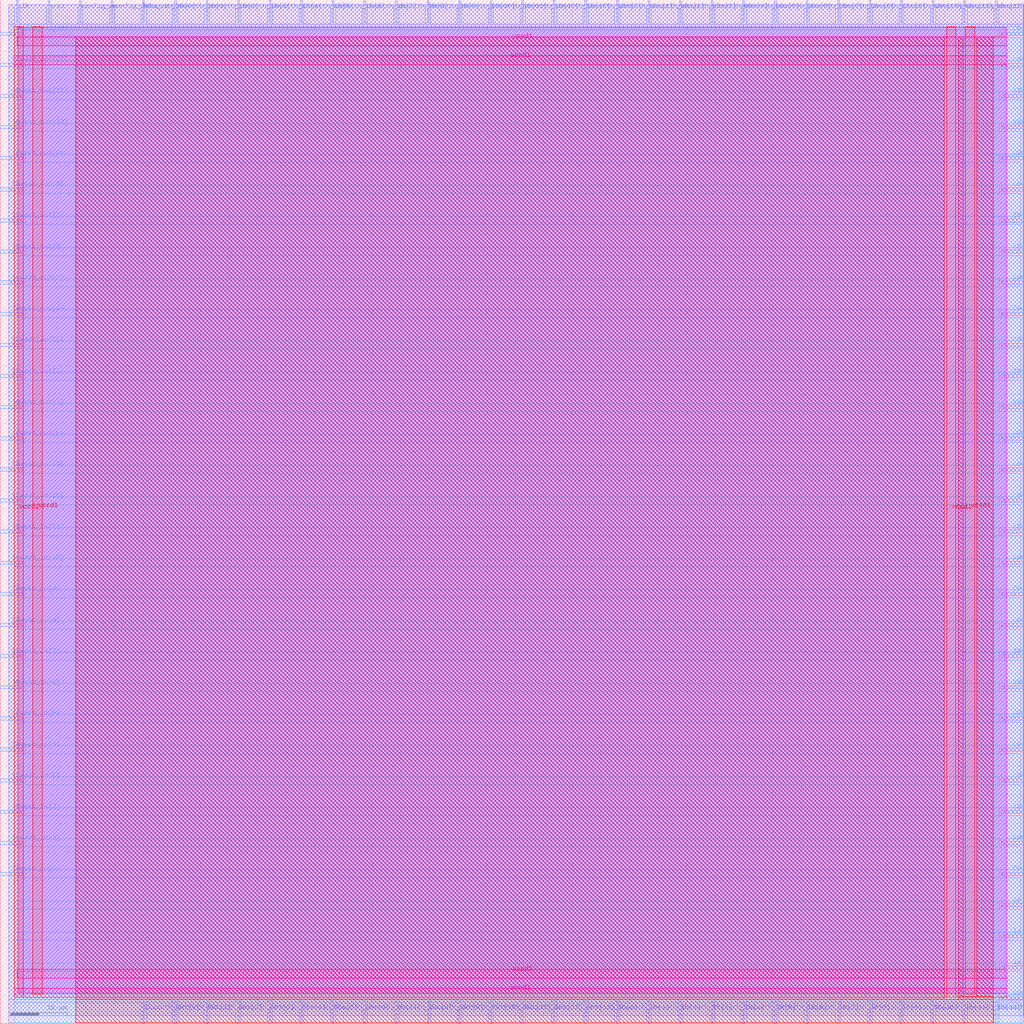
<source format=lef>
VERSION 5.7 ;
  NOWIREEXTENSIONATPIN ON ;
  DIVIDERCHAR "/" ;
  BUSBITCHARS "[]" ;
MACRO fpgacell
  CLASS BLOCK ;
  FOREIGN fpgacell ;
  ORIGIN 0.000 0.000 ;
  SIZE 179.000 BY 179.000 ;
  PIN CBeast_in[0]
    DIRECTION INPUT ;
    USE SIGNAL ;
    ANTENNAGATEAREA 0.593700 ;
    ANTENNADIFFAREA 0.434700 ;
    PORT
      LAYER met3 ;
        RECT 175.000 102.040 179.000 102.640 ;
    END
  END CBeast_in[0]
  PIN CBeast_in[10]
    DIRECTION INPUT ;
    USE SIGNAL ;
    ANTENNAGATEAREA 0.213000 ;
    PORT
      LAYER met3 ;
        RECT 175.000 156.440 179.000 157.040 ;
    END
  END CBeast_in[10]
  PIN CBeast_in[11]
    DIRECTION INPUT ;
    USE SIGNAL ;
    ANTENNAGATEAREA 0.213000 ;
    PORT
      LAYER met3 ;
        RECT 175.000 161.880 179.000 162.480 ;
    END
  END CBeast_in[11]
  PIN CBeast_in[12]
    DIRECTION INPUT ;
    USE SIGNAL ;
    ANTENNAGATEAREA 0.159000 ;
    PORT
      LAYER met3 ;
        RECT 175.000 167.320 179.000 167.920 ;
    END
  END CBeast_in[12]
  PIN CBeast_in[13]
    DIRECTION INPUT ;
    USE SIGNAL ;
    ANTENNAGATEAREA 0.159000 ;
    PORT
      LAYER met3 ;
        RECT 175.000 172.760 179.000 173.360 ;
    END
  END CBeast_in[13]
  PIN CBeast_in[1]
    DIRECTION INPUT ;
    USE SIGNAL ;
    ANTENNAGATEAREA 0.593700 ;
    ANTENNADIFFAREA 0.434700 ;
    PORT
      LAYER met3 ;
        RECT 175.000 107.480 179.000 108.080 ;
    END
  END CBeast_in[1]
  PIN CBeast_in[2]
    DIRECTION INPUT ;
    USE SIGNAL ;
    ANTENNAGATEAREA 0.159000 ;
    PORT
      LAYER met3 ;
        RECT 175.000 112.920 179.000 113.520 ;
    END
  END CBeast_in[2]
  PIN CBeast_in[3]
    DIRECTION INPUT ;
    USE SIGNAL ;
    ANTENNAGATEAREA 0.159000 ;
    PORT
      LAYER met3 ;
        RECT 175.000 118.360 179.000 118.960 ;
    END
  END CBeast_in[3]
  PIN CBeast_in[4]
    DIRECTION INPUT ;
    USE SIGNAL ;
    ANTENNAGATEAREA 0.159000 ;
    PORT
      LAYER met3 ;
        RECT 175.000 123.800 179.000 124.400 ;
    END
  END CBeast_in[4]
  PIN CBeast_in[5]
    DIRECTION INPUT ;
    USE SIGNAL ;
    ANTENNAGATEAREA 0.159000 ;
    PORT
      LAYER met3 ;
        RECT 175.000 129.240 179.000 129.840 ;
    END
  END CBeast_in[5]
  PIN CBeast_in[6]
    DIRECTION INPUT ;
    USE SIGNAL ;
    ANTENNAGATEAREA 0.159000 ;
    PORT
      LAYER met3 ;
        RECT 175.000 134.680 179.000 135.280 ;
    END
  END CBeast_in[6]
  PIN CBeast_in[7]
    DIRECTION INPUT ;
    USE SIGNAL ;
    ANTENNAGATEAREA 0.159000 ;
    PORT
      LAYER met3 ;
        RECT 175.000 140.120 179.000 140.720 ;
    END
  END CBeast_in[7]
  PIN CBeast_in[8]
    DIRECTION INPUT ;
    USE SIGNAL ;
    ANTENNAGATEAREA 0.159000 ;
    PORT
      LAYER met3 ;
        RECT 175.000 145.560 179.000 146.160 ;
    END
  END CBeast_in[8]
  PIN CBeast_in[9]
    DIRECTION INPUT ;
    USE SIGNAL ;
    ANTENNAGATEAREA 0.159000 ;
    PORT
      LAYER met3 ;
        RECT 175.000 151.000 179.000 151.600 ;
    END
  END CBeast_in[9]
  PIN CBeast_out[0]
    DIRECTION OUTPUT ;
    USE SIGNAL ;
    ANTENNADIFFAREA 0.445500 ;
    PORT
      LAYER met3 ;
        RECT 175.000 25.880 179.000 26.480 ;
    END
  END CBeast_out[0]
  PIN CBeast_out[10]
    DIRECTION OUTPUT ;
    USE SIGNAL ;
    ANTENNADIFFAREA 0.445500 ;
    PORT
      LAYER met3 ;
        RECT 175.000 80.280 179.000 80.880 ;
    END
  END CBeast_out[10]
  PIN CBeast_out[11]
    DIRECTION OUTPUT ;
    USE SIGNAL ;
    ANTENNADIFFAREA 0.445500 ;
    PORT
      LAYER met3 ;
        RECT 175.000 85.720 179.000 86.320 ;
    END
  END CBeast_out[11]
  PIN CBeast_out[12]
    DIRECTION OUTPUT ;
    USE SIGNAL ;
    ANTENNADIFFAREA 0.445500 ;
    PORT
      LAYER met3 ;
        RECT 175.000 91.160 179.000 91.760 ;
    END
  END CBeast_out[12]
  PIN CBeast_out[13]
    DIRECTION OUTPUT ;
    USE SIGNAL ;
    ANTENNADIFFAREA 0.445500 ;
    PORT
      LAYER met3 ;
        RECT 175.000 96.600 179.000 97.200 ;
    END
  END CBeast_out[13]
  PIN CBeast_out[1]
    DIRECTION OUTPUT ;
    USE SIGNAL ;
    ANTENNADIFFAREA 0.445500 ;
    PORT
      LAYER met3 ;
        RECT 175.000 31.320 179.000 31.920 ;
    END
  END CBeast_out[1]
  PIN CBeast_out[2]
    DIRECTION OUTPUT ;
    USE SIGNAL ;
    ANTENNADIFFAREA 0.445500 ;
    PORT
      LAYER met3 ;
        RECT 175.000 36.760 179.000 37.360 ;
    END
  END CBeast_out[2]
  PIN CBeast_out[3]
    DIRECTION OUTPUT ;
    USE SIGNAL ;
    ANTENNADIFFAREA 0.445500 ;
    PORT
      LAYER met3 ;
        RECT 175.000 42.200 179.000 42.800 ;
    END
  END CBeast_out[3]
  PIN CBeast_out[4]
    DIRECTION OUTPUT ;
    USE SIGNAL ;
    ANTENNADIFFAREA 0.445500 ;
    PORT
      LAYER met3 ;
        RECT 175.000 47.640 179.000 48.240 ;
    END
  END CBeast_out[4]
  PIN CBeast_out[5]
    DIRECTION OUTPUT ;
    USE SIGNAL ;
    ANTENNADIFFAREA 0.445500 ;
    PORT
      LAYER met3 ;
        RECT 175.000 53.080 179.000 53.680 ;
    END
  END CBeast_out[5]
  PIN CBeast_out[6]
    DIRECTION OUTPUT ;
    USE SIGNAL ;
    ANTENNADIFFAREA 0.445500 ;
    PORT
      LAYER met3 ;
        RECT 175.000 58.520 179.000 59.120 ;
    END
  END CBeast_out[6]
  PIN CBeast_out[7]
    DIRECTION OUTPUT ;
    USE SIGNAL ;
    ANTENNADIFFAREA 0.445500 ;
    PORT
      LAYER met3 ;
        RECT 175.000 63.960 179.000 64.560 ;
    END
  END CBeast_out[7]
  PIN CBeast_out[8]
    DIRECTION OUTPUT ;
    USE SIGNAL ;
    ANTENNADIFFAREA 0.445500 ;
    PORT
      LAYER met3 ;
        RECT 175.000 69.400 179.000 70.000 ;
    END
  END CBeast_out[8]
  PIN CBeast_out[9]
    DIRECTION OUTPUT ;
    USE SIGNAL ;
    ANTENNADIFFAREA 0.445500 ;
    PORT
      LAYER met3 ;
        RECT 175.000 74.840 179.000 75.440 ;
    END
  END CBeast_out[9]
  PIN CBnorth_in[0]
    DIRECTION INPUT ;
    USE SIGNAL ;
    ANTENNAGATEAREA 0.593700 ;
    ANTENNADIFFAREA 0.434700 ;
    PORT
      LAYER met2 ;
        RECT 24.930 175.000 25.210 179.000 ;
    END
  END CBnorth_in[0]
  PIN CBnorth_in[10]
    DIRECTION INPUT ;
    USE SIGNAL ;
    ANTENNAGATEAREA 0.159000 ;
    PORT
      LAYER met2 ;
        RECT 80.130 175.000 80.410 179.000 ;
    END
  END CBnorth_in[10]
  PIN CBnorth_in[11]
    DIRECTION INPUT ;
    USE SIGNAL ;
    ANTENNAGATEAREA 0.159000 ;
    PORT
      LAYER met2 ;
        RECT 85.650 175.000 85.930 179.000 ;
    END
  END CBnorth_in[11]
  PIN CBnorth_in[12]
    DIRECTION INPUT ;
    USE SIGNAL ;
    ANTENNAGATEAREA 0.159000 ;
    PORT
      LAYER met2 ;
        RECT 91.170 175.000 91.450 179.000 ;
    END
  END CBnorth_in[12]
  PIN CBnorth_in[13]
    DIRECTION INPUT ;
    USE SIGNAL ;
    ANTENNAGATEAREA 0.159000 ;
    PORT
      LAYER met2 ;
        RECT 96.690 175.000 96.970 179.000 ;
    END
  END CBnorth_in[13]
  PIN CBnorth_in[1]
    DIRECTION INPUT ;
    USE SIGNAL ;
    ANTENNAGATEAREA 0.159000 ;
    PORT
      LAYER met2 ;
        RECT 30.450 175.000 30.730 179.000 ;
    END
  END CBnorth_in[1]
  PIN CBnorth_in[2]
    DIRECTION INPUT ;
    USE SIGNAL ;
    ANTENNAGATEAREA 0.213000 ;
    PORT
      LAYER met2 ;
        RECT 35.970 175.000 36.250 179.000 ;
    END
  END CBnorth_in[2]
  PIN CBnorth_in[3]
    DIRECTION INPUT ;
    USE SIGNAL ;
    ANTENNAGATEAREA 0.159000 ;
    PORT
      LAYER met2 ;
        RECT 41.490 175.000 41.770 179.000 ;
    END
  END CBnorth_in[3]
  PIN CBnorth_in[4]
    DIRECTION INPUT ;
    USE SIGNAL ;
    ANTENNAGATEAREA 0.213000 ;
    PORT
      LAYER met2 ;
        RECT 47.010 175.000 47.290 179.000 ;
    END
  END CBnorth_in[4]
  PIN CBnorth_in[5]
    DIRECTION INPUT ;
    USE SIGNAL ;
    ANTENNAGATEAREA 0.159000 ;
    PORT
      LAYER met2 ;
        RECT 52.530 175.000 52.810 179.000 ;
    END
  END CBnorth_in[5]
  PIN CBnorth_in[6]
    DIRECTION INPUT ;
    USE SIGNAL ;
    ANTENNAGATEAREA 0.213000 ;
    PORT
      LAYER met2 ;
        RECT 58.050 175.000 58.330 179.000 ;
    END
  END CBnorth_in[6]
  PIN CBnorth_in[7]
    DIRECTION INPUT ;
    USE SIGNAL ;
    ANTENNAGATEAREA 0.213000 ;
    PORT
      LAYER met2 ;
        RECT 63.570 175.000 63.850 179.000 ;
    END
  END CBnorth_in[7]
  PIN CBnorth_in[8]
    DIRECTION INPUT ;
    USE SIGNAL ;
    ANTENNAGATEAREA 0.159000 ;
    PORT
      LAYER met2 ;
        RECT 69.090 175.000 69.370 179.000 ;
    END
  END CBnorth_in[8]
  PIN CBnorth_in[9]
    DIRECTION INPUT ;
    USE SIGNAL ;
    ANTENNAGATEAREA 0.159000 ;
    PORT
      LAYER met2 ;
        RECT 74.610 175.000 74.890 179.000 ;
    END
  END CBnorth_in[9]
  PIN CBnorth_out[0]
    DIRECTION OUTPUT ;
    USE SIGNAL ;
    ANTENNADIFFAREA 0.445500 ;
    PORT
      LAYER met2 ;
        RECT 102.210 175.000 102.490 179.000 ;
    END
  END CBnorth_out[0]
  PIN CBnorth_out[10]
    DIRECTION OUTPUT ;
    USE SIGNAL ;
    ANTENNADIFFAREA 0.445500 ;
    PORT
      LAYER met2 ;
        RECT 157.410 175.000 157.690 179.000 ;
    END
  END CBnorth_out[10]
  PIN CBnorth_out[11]
    DIRECTION OUTPUT ;
    USE SIGNAL ;
    ANTENNADIFFAREA 0.445500 ;
    PORT
      LAYER met2 ;
        RECT 162.930 175.000 163.210 179.000 ;
    END
  END CBnorth_out[11]
  PIN CBnorth_out[12]
    DIRECTION OUTPUT ;
    USE SIGNAL ;
    ANTENNADIFFAREA 0.445500 ;
    PORT
      LAYER met2 ;
        RECT 168.450 175.000 168.730 179.000 ;
    END
  END CBnorth_out[12]
  PIN CBnorth_out[13]
    DIRECTION OUTPUT ;
    USE SIGNAL ;
    ANTENNADIFFAREA 0.445500 ;
    PORT
      LAYER met2 ;
        RECT 173.970 175.000 174.250 179.000 ;
    END
  END CBnorth_out[13]
  PIN CBnorth_out[1]
    DIRECTION OUTPUT ;
    USE SIGNAL ;
    ANTENNADIFFAREA 0.445500 ;
    PORT
      LAYER met2 ;
        RECT 107.730 175.000 108.010 179.000 ;
    END
  END CBnorth_out[1]
  PIN CBnorth_out[2]
    DIRECTION OUTPUT ;
    USE SIGNAL ;
    ANTENNADIFFAREA 0.445500 ;
    PORT
      LAYER met2 ;
        RECT 113.250 175.000 113.530 179.000 ;
    END
  END CBnorth_out[2]
  PIN CBnorth_out[3]
    DIRECTION OUTPUT ;
    USE SIGNAL ;
    ANTENNADIFFAREA 0.445500 ;
    PORT
      LAYER met2 ;
        RECT 118.770 175.000 119.050 179.000 ;
    END
  END CBnorth_out[3]
  PIN CBnorth_out[4]
    DIRECTION OUTPUT ;
    USE SIGNAL ;
    ANTENNADIFFAREA 0.445500 ;
    PORT
      LAYER met2 ;
        RECT 124.290 175.000 124.570 179.000 ;
    END
  END CBnorth_out[4]
  PIN CBnorth_out[5]
    DIRECTION OUTPUT ;
    USE SIGNAL ;
    ANTENNADIFFAREA 0.445500 ;
    PORT
      LAYER met2 ;
        RECT 129.810 175.000 130.090 179.000 ;
    END
  END CBnorth_out[5]
  PIN CBnorth_out[6]
    DIRECTION OUTPUT ;
    USE SIGNAL ;
    ANTENNADIFFAREA 0.445500 ;
    PORT
      LAYER met2 ;
        RECT 135.330 175.000 135.610 179.000 ;
    END
  END CBnorth_out[6]
  PIN CBnorth_out[7]
    DIRECTION OUTPUT ;
    USE SIGNAL ;
    ANTENNADIFFAREA 0.445500 ;
    PORT
      LAYER met2 ;
        RECT 140.850 175.000 141.130 179.000 ;
    END
  END CBnorth_out[7]
  PIN CBnorth_out[8]
    DIRECTION OUTPUT ;
    USE SIGNAL ;
    ANTENNADIFFAREA 0.445500 ;
    PORT
      LAYER met2 ;
        RECT 146.370 175.000 146.650 179.000 ;
    END
  END CBnorth_out[8]
  PIN CBnorth_out[9]
    DIRECTION OUTPUT ;
    USE SIGNAL ;
    ANTENNADIFFAREA 0.445500 ;
    PORT
      LAYER met2 ;
        RECT 151.890 175.000 152.170 179.000 ;
    END
  END CBnorth_out[9]
  PIN SBsouth_in[0]
    DIRECTION INPUT ;
    USE SIGNAL ;
    ANTENNAGATEAREA 0.196500 ;
    PORT
      LAYER met2 ;
        RECT 102.210 0.000 102.490 4.000 ;
    END
  END SBsouth_in[0]
  PIN SBsouth_in[10]
    DIRECTION INPUT ;
    USE SIGNAL ;
    ANTENNAGATEAREA 0.631200 ;
    ANTENNADIFFAREA 0.434700 ;
    PORT
      LAYER met2 ;
        RECT 157.410 0.000 157.690 4.000 ;
    END
  END SBsouth_in[10]
  PIN SBsouth_in[11]
    DIRECTION INPUT ;
    USE SIGNAL ;
    ANTENNAGATEAREA 0.196500 ;
    PORT
      LAYER met2 ;
        RECT 162.930 0.000 163.210 4.000 ;
    END
  END SBsouth_in[11]
  PIN SBsouth_in[12]
    DIRECTION INPUT ;
    USE SIGNAL ;
    ANTENNAGATEAREA 0.631200 ;
    ANTENNADIFFAREA 0.434700 ;
    PORT
      LAYER met2 ;
        RECT 168.450 0.000 168.730 4.000 ;
    END
  END SBsouth_in[12]
  PIN SBsouth_in[13]
    DIRECTION INPUT ;
    USE SIGNAL ;
    ANTENNAGATEAREA 0.631200 ;
    ANTENNADIFFAREA 0.434700 ;
    PORT
      LAYER met2 ;
        RECT 173.970 0.000 174.250 4.000 ;
    END
  END SBsouth_in[13]
  PIN SBsouth_in[1]
    DIRECTION INPUT ;
    USE SIGNAL ;
    ANTENNAGATEAREA 0.196500 ;
    PORT
      LAYER met2 ;
        RECT 107.730 0.000 108.010 4.000 ;
    END
  END SBsouth_in[1]
  PIN SBsouth_in[2]
    DIRECTION INPUT ;
    USE SIGNAL ;
    ANTENNAGATEAREA 0.196500 ;
    PORT
      LAYER met2 ;
        RECT 113.250 0.000 113.530 4.000 ;
    END
  END SBsouth_in[2]
  PIN SBsouth_in[3]
    DIRECTION INPUT ;
    USE SIGNAL ;
    ANTENNAGATEAREA 0.196500 ;
    PORT
      LAYER met2 ;
        RECT 118.770 0.000 119.050 4.000 ;
    END
  END SBsouth_in[3]
  PIN SBsouth_in[4]
    DIRECTION INPUT ;
    USE SIGNAL ;
    ANTENNAGATEAREA 0.196500 ;
    PORT
      LAYER met2 ;
        RECT 124.290 0.000 124.570 4.000 ;
    END
  END SBsouth_in[4]
  PIN SBsouth_in[5]
    DIRECTION INPUT ;
    USE SIGNAL ;
    ANTENNAGATEAREA 0.631200 ;
    ANTENNADIFFAREA 0.434700 ;
    PORT
      LAYER met2 ;
        RECT 129.810 0.000 130.090 4.000 ;
    END
  END SBsouth_in[5]
  PIN SBsouth_in[6]
    DIRECTION INPUT ;
    USE SIGNAL ;
    ANTENNAGATEAREA 0.196500 ;
    PORT
      LAYER met2 ;
        RECT 135.330 0.000 135.610 4.000 ;
    END
  END SBsouth_in[6]
  PIN SBsouth_in[7]
    DIRECTION INPUT ;
    USE SIGNAL ;
    ANTENNAGATEAREA 0.196500 ;
    PORT
      LAYER met2 ;
        RECT 140.850 0.000 141.130 4.000 ;
    END
  END SBsouth_in[7]
  PIN SBsouth_in[8]
    DIRECTION INPUT ;
    USE SIGNAL ;
    ANTENNAGATEAREA 0.196500 ;
    PORT
      LAYER met2 ;
        RECT 146.370 0.000 146.650 4.000 ;
    END
  END SBsouth_in[8]
  PIN SBsouth_in[9]
    DIRECTION INPUT ;
    USE SIGNAL ;
    ANTENNAGATEAREA 0.126000 ;
    PORT
      LAYER met2 ;
        RECT 151.890 0.000 152.170 4.000 ;
    END
  END SBsouth_in[9]
  PIN SBsouth_out[0]
    DIRECTION OUTPUT ;
    USE SIGNAL ;
    ANTENNADIFFAREA 0.445500 ;
    PORT
      LAYER met2 ;
        RECT 24.930 0.000 25.210 4.000 ;
    END
  END SBsouth_out[0]
  PIN SBsouth_out[10]
    DIRECTION OUTPUT ;
    USE SIGNAL ;
    ANTENNADIFFAREA 0.445500 ;
    PORT
      LAYER met2 ;
        RECT 80.130 0.000 80.410 4.000 ;
    END
  END SBsouth_out[10]
  PIN SBsouth_out[11]
    DIRECTION OUTPUT ;
    USE SIGNAL ;
    ANTENNADIFFAREA 0.445500 ;
    PORT
      LAYER met2 ;
        RECT 85.650 0.000 85.930 4.000 ;
    END
  END SBsouth_out[11]
  PIN SBsouth_out[12]
    DIRECTION OUTPUT ;
    USE SIGNAL ;
    ANTENNADIFFAREA 0.445500 ;
    PORT
      LAYER met2 ;
        RECT 91.170 0.000 91.450 4.000 ;
    END
  END SBsouth_out[12]
  PIN SBsouth_out[13]
    DIRECTION OUTPUT ;
    USE SIGNAL ;
    ANTENNADIFFAREA 0.445500 ;
    PORT
      LAYER met2 ;
        RECT 96.690 0.000 96.970 4.000 ;
    END
  END SBsouth_out[13]
  PIN SBsouth_out[1]
    DIRECTION OUTPUT ;
    USE SIGNAL ;
    ANTENNADIFFAREA 0.445500 ;
    PORT
      LAYER met2 ;
        RECT 30.450 0.000 30.730 4.000 ;
    END
  END SBsouth_out[1]
  PIN SBsouth_out[2]
    DIRECTION OUTPUT ;
    USE SIGNAL ;
    ANTENNADIFFAREA 0.445500 ;
    PORT
      LAYER met2 ;
        RECT 35.970 0.000 36.250 4.000 ;
    END
  END SBsouth_out[2]
  PIN SBsouth_out[3]
    DIRECTION OUTPUT ;
    USE SIGNAL ;
    ANTENNADIFFAREA 0.445500 ;
    PORT
      LAYER met2 ;
        RECT 41.490 0.000 41.770 4.000 ;
    END
  END SBsouth_out[3]
  PIN SBsouth_out[4]
    DIRECTION OUTPUT ;
    USE SIGNAL ;
    ANTENNADIFFAREA 0.445500 ;
    PORT
      LAYER met2 ;
        RECT 47.010 0.000 47.290 4.000 ;
    END
  END SBsouth_out[4]
  PIN SBsouth_out[5]
    DIRECTION OUTPUT ;
    USE SIGNAL ;
    ANTENNADIFFAREA 0.445500 ;
    PORT
      LAYER met2 ;
        RECT 52.530 0.000 52.810 4.000 ;
    END
  END SBsouth_out[5]
  PIN SBsouth_out[6]
    DIRECTION OUTPUT ;
    USE SIGNAL ;
    ANTENNADIFFAREA 0.445500 ;
    PORT
      LAYER met2 ;
        RECT 58.050 0.000 58.330 4.000 ;
    END
  END SBsouth_out[6]
  PIN SBsouth_out[7]
    DIRECTION OUTPUT ;
    USE SIGNAL ;
    ANTENNADIFFAREA 0.445500 ;
    PORT
      LAYER met2 ;
        RECT 63.570 0.000 63.850 4.000 ;
    END
  END SBsouth_out[7]
  PIN SBsouth_out[8]
    DIRECTION OUTPUT ;
    USE SIGNAL ;
    ANTENNADIFFAREA 0.445500 ;
    PORT
      LAYER met2 ;
        RECT 69.090 0.000 69.370 4.000 ;
    END
  END SBsouth_out[8]
  PIN SBsouth_out[9]
    DIRECTION OUTPUT ;
    USE SIGNAL ;
    ANTENNADIFFAREA 0.445500 ;
    PORT
      LAYER met2 ;
        RECT 74.610 0.000 74.890 4.000 ;
    END
  END SBsouth_out[9]
  PIN SBwest_in[0]
    DIRECTION INPUT ;
    USE SIGNAL ;
    ANTENNAGATEAREA 0.196500 ;
    PORT
      LAYER met3 ;
        RECT 0.000 25.880 4.000 26.480 ;
    END
  END SBwest_in[0]
  PIN SBwest_in[10]
    DIRECTION INPUT ;
    USE SIGNAL ;
    ANTENNAGATEAREA 0.196500 ;
    PORT
      LAYER met3 ;
        RECT 0.000 80.280 4.000 80.880 ;
    END
  END SBwest_in[10]
  PIN SBwest_in[11]
    DIRECTION INPUT ;
    USE SIGNAL ;
    ANTENNAGATEAREA 0.196500 ;
    PORT
      LAYER met3 ;
        RECT 0.000 85.720 4.000 86.320 ;
    END
  END SBwest_in[11]
  PIN SBwest_in[12]
    DIRECTION INPUT ;
    USE SIGNAL ;
    ANTENNAGATEAREA 0.196500 ;
    PORT
      LAYER met3 ;
        RECT 0.000 91.160 4.000 91.760 ;
    END
  END SBwest_in[12]
  PIN SBwest_in[13]
    DIRECTION INPUT ;
    USE SIGNAL ;
    ANTENNAGATEAREA 0.126000 ;
    PORT
      LAYER met3 ;
        RECT 0.000 96.600 4.000 97.200 ;
    END
  END SBwest_in[13]
  PIN SBwest_in[1]
    DIRECTION INPUT ;
    USE SIGNAL ;
    ANTENNAGATEAREA 0.196500 ;
    PORT
      LAYER met3 ;
        RECT 0.000 31.320 4.000 31.920 ;
    END
  END SBwest_in[1]
  PIN SBwest_in[2]
    DIRECTION INPUT ;
    USE SIGNAL ;
    ANTENNAGATEAREA 0.196500 ;
    PORT
      LAYER met3 ;
        RECT 0.000 36.760 4.000 37.360 ;
    END
  END SBwest_in[2]
  PIN SBwest_in[3]
    DIRECTION INPUT ;
    USE SIGNAL ;
    ANTENNAGATEAREA 0.196500 ;
    PORT
      LAYER met3 ;
        RECT 0.000 42.200 4.000 42.800 ;
    END
  END SBwest_in[3]
  PIN SBwest_in[4]
    DIRECTION INPUT ;
    USE SIGNAL ;
    ANTENNAGATEAREA 0.196500 ;
    PORT
      LAYER met3 ;
        RECT 0.000 47.640 4.000 48.240 ;
    END
  END SBwest_in[4]
  PIN SBwest_in[5]
    DIRECTION INPUT ;
    USE SIGNAL ;
    ANTENNAGATEAREA 0.196500 ;
    PORT
      LAYER met3 ;
        RECT 0.000 53.080 4.000 53.680 ;
    END
  END SBwest_in[5]
  PIN SBwest_in[6]
    DIRECTION INPUT ;
    USE SIGNAL ;
    ANTENNAGATEAREA 0.196500 ;
    PORT
      LAYER met3 ;
        RECT 0.000 58.520 4.000 59.120 ;
    END
  END SBwest_in[6]
  PIN SBwest_in[7]
    DIRECTION INPUT ;
    USE SIGNAL ;
    ANTENNAGATEAREA 0.196500 ;
    PORT
      LAYER met3 ;
        RECT 0.000 63.960 4.000 64.560 ;
    END
  END SBwest_in[7]
  PIN SBwest_in[8]
    DIRECTION INPUT ;
    USE SIGNAL ;
    ANTENNAGATEAREA 0.196500 ;
    PORT
      LAYER met3 ;
        RECT 0.000 69.400 4.000 70.000 ;
    END
  END SBwest_in[8]
  PIN SBwest_in[9]
    DIRECTION INPUT ;
    USE SIGNAL ;
    ANTENNAGATEAREA 0.196500 ;
    PORT
      LAYER met3 ;
        RECT 0.000 74.840 4.000 75.440 ;
    END
  END SBwest_in[9]
  PIN SBwest_out[0]
    DIRECTION OUTPUT ;
    USE SIGNAL ;
    ANTENNADIFFAREA 0.445500 ;
    PORT
      LAYER met3 ;
        RECT 0.000 102.040 4.000 102.640 ;
    END
  END SBwest_out[0]
  PIN SBwest_out[10]
    DIRECTION OUTPUT ;
    USE SIGNAL ;
    ANTENNADIFFAREA 0.445500 ;
    PORT
      LAYER met3 ;
        RECT 0.000 156.440 4.000 157.040 ;
    END
  END SBwest_out[10]
  PIN SBwest_out[11]
    DIRECTION OUTPUT ;
    USE SIGNAL ;
    ANTENNADIFFAREA 0.445500 ;
    PORT
      LAYER met3 ;
        RECT 0.000 161.880 4.000 162.480 ;
    END
  END SBwest_out[11]
  PIN SBwest_out[12]
    DIRECTION OUTPUT ;
    USE SIGNAL ;
    ANTENNADIFFAREA 0.445500 ;
    PORT
      LAYER met3 ;
        RECT 0.000 167.320 4.000 167.920 ;
    END
  END SBwest_out[12]
  PIN SBwest_out[13]
    DIRECTION OUTPUT ;
    USE SIGNAL ;
    ANTENNADIFFAREA 0.445500 ;
    PORT
      LAYER met3 ;
        RECT 0.000 172.760 4.000 173.360 ;
    END
  END SBwest_out[13]
  PIN SBwest_out[1]
    DIRECTION OUTPUT ;
    USE SIGNAL ;
    ANTENNADIFFAREA 0.445500 ;
    PORT
      LAYER met3 ;
        RECT 0.000 107.480 4.000 108.080 ;
    END
  END SBwest_out[1]
  PIN SBwest_out[2]
    DIRECTION OUTPUT ;
    USE SIGNAL ;
    ANTENNADIFFAREA 0.445500 ;
    PORT
      LAYER met3 ;
        RECT 0.000 112.920 4.000 113.520 ;
    END
  END SBwest_out[2]
  PIN SBwest_out[3]
    DIRECTION OUTPUT ;
    USE SIGNAL ;
    ANTENNADIFFAREA 0.445500 ;
    PORT
      LAYER met3 ;
        RECT 0.000 118.360 4.000 118.960 ;
    END
  END SBwest_out[3]
  PIN SBwest_out[4]
    DIRECTION OUTPUT ;
    USE SIGNAL ;
    ANTENNADIFFAREA 0.445500 ;
    PORT
      LAYER met3 ;
        RECT 0.000 123.800 4.000 124.400 ;
    END
  END SBwest_out[4]
  PIN SBwest_out[5]
    DIRECTION OUTPUT ;
    USE SIGNAL ;
    ANTENNADIFFAREA 0.445500 ;
    PORT
      LAYER met3 ;
        RECT 0.000 129.240 4.000 129.840 ;
    END
  END SBwest_out[5]
  PIN SBwest_out[6]
    DIRECTION OUTPUT ;
    USE SIGNAL ;
    ANTENNADIFFAREA 0.445500 ;
    PORT
      LAYER met3 ;
        RECT 0.000 134.680 4.000 135.280 ;
    END
  END SBwest_out[6]
  PIN SBwest_out[7]
    DIRECTION OUTPUT ;
    USE SIGNAL ;
    ANTENNADIFFAREA 0.445500 ;
    PORT
      LAYER met3 ;
        RECT 0.000 140.120 4.000 140.720 ;
    END
  END SBwest_out[7]
  PIN SBwest_out[8]
    DIRECTION OUTPUT ;
    USE SIGNAL ;
    ANTENNADIFFAREA 0.445500 ;
    PORT
      LAYER met3 ;
        RECT 0.000 145.560 4.000 146.160 ;
    END
  END SBwest_out[8]
  PIN SBwest_out[9]
    DIRECTION OUTPUT ;
    USE SIGNAL ;
    ANTENNADIFFAREA 0.445500 ;
    PORT
      LAYER met3 ;
        RECT 0.000 151.000 4.000 151.600 ;
    END
  END SBwest_out[9]
  PIN clk
    DIRECTION INPUT ;
    USE SIGNAL ;
    ANTENNAGATEAREA 0.852000 ;
    PORT
      LAYER met2 ;
        RECT 2.850 175.000 3.130 179.000 ;
    END
  END clk
  PIN config_data_in
    DIRECTION INPUT ;
    USE SIGNAL ;
    ANTENNAGATEAREA 0.196500 ;
    PORT
      LAYER met2 ;
        RECT 19.410 175.000 19.690 179.000 ;
    END
  END config_data_in
  PIN config_data_out
    DIRECTION OUTPUT ;
    USE SIGNAL ;
    ANTENNADIFFAREA 0.445500 ;
    PORT
      LAYER met3 ;
        RECT 175.000 4.120 179.000 4.720 ;
    END
  END config_data_out
  PIN config_en
    DIRECTION INPUT ;
    USE SIGNAL ;
    ANTENNAGATEAREA 0.196500 ;
    PORT
      LAYER met2 ;
        RECT 13.890 175.000 14.170 179.000 ;
    END
  END config_en
  PIN le_clk
    DIRECTION INPUT ;
    USE SIGNAL ;
    ANTENNAGATEAREA 0.593700 ;
    ANTENNADIFFAREA 0.434700 ;
    PORT
      LAYER met3 ;
        RECT 175.000 9.560 179.000 10.160 ;
    END
  END le_clk
  PIN le_en
    DIRECTION INPUT ;
    USE SIGNAL ;
    ANTENNAGATEAREA 0.647700 ;
    ANTENNADIFFAREA 0.434700 ;
    PORT
      LAYER met3 ;
        RECT 175.000 15.000 179.000 15.600 ;
    END
  END le_en
  PIN le_nrst
    DIRECTION INPUT ;
    USE SIGNAL ;
    ANTENNAGATEAREA 0.213000 ;
    PORT
      LAYER met3 ;
        RECT 175.000 20.440 179.000 21.040 ;
    END
  END le_nrst
  PIN nrst
    DIRECTION INPUT ;
    USE SIGNAL ;
    ANTENNAGATEAREA 0.213000 ;
    PORT
      LAYER met2 ;
        RECT 8.370 175.000 8.650 179.000 ;
    END
  END nrst
  PIN vccd1
    DIRECTION INOUT ;
    USE POWER ;
    PORT
      LAYER met4 ;
        RECT 2.420 4.640 4.020 174.320 ;
    END
    PORT
      LAYER met4 ;
        RECT 165.420 4.640 167.020 174.320 ;
    END
    PORT
      LAYER met5 ;
        RECT 2.420 4.640 175.960 6.240 ;
    END
    PORT
      LAYER met5 ;
        RECT 2.420 167.640 175.960 169.240 ;
    END
  END vccd1
  PIN vssd1
    DIRECTION INOUT ;
    USE GROUND ;
    PORT
      LAYER met4 ;
        RECT 5.720 5.200 7.320 174.320 ;
    END
    PORT
      LAYER met4 ;
        RECT 168.720 5.200 170.320 174.320 ;
    END
    PORT
      LAYER met5 ;
        RECT 2.980 7.940 175.960 9.540 ;
    END
    PORT
      LAYER met5 ;
        RECT 2.980 170.940 175.960 172.540 ;
    END
  END vssd1
  OBS
      LAYER nwell ;
        RECT 3.030 5.355 175.910 174.165 ;
      LAYER li1 ;
        RECT 3.220 5.355 175.720 174.165 ;
      LAYER met1 ;
        RECT 1.450 1.400 178.870 178.120 ;
      LAYER met2 ;
        RECT 1.480 174.720 2.570 178.150 ;
        RECT 3.410 174.720 8.090 178.150 ;
        RECT 8.930 174.720 13.610 178.150 ;
        RECT 14.450 174.720 19.130 178.150 ;
        RECT 19.970 174.720 24.650 178.150 ;
        RECT 25.490 174.720 30.170 178.150 ;
        RECT 31.010 174.720 35.690 178.150 ;
        RECT 36.530 174.720 41.210 178.150 ;
        RECT 42.050 174.720 46.730 178.150 ;
        RECT 47.570 174.720 52.250 178.150 ;
        RECT 53.090 174.720 57.770 178.150 ;
        RECT 58.610 174.720 63.290 178.150 ;
        RECT 64.130 174.720 68.810 178.150 ;
        RECT 69.650 174.720 74.330 178.150 ;
        RECT 75.170 174.720 79.850 178.150 ;
        RECT 80.690 174.720 85.370 178.150 ;
        RECT 86.210 174.720 90.890 178.150 ;
        RECT 91.730 174.720 96.410 178.150 ;
        RECT 97.250 174.720 101.930 178.150 ;
        RECT 102.770 174.720 107.450 178.150 ;
        RECT 108.290 174.720 112.970 178.150 ;
        RECT 113.810 174.720 118.490 178.150 ;
        RECT 119.330 174.720 124.010 178.150 ;
        RECT 124.850 174.720 129.530 178.150 ;
        RECT 130.370 174.720 135.050 178.150 ;
        RECT 135.890 174.720 140.570 178.150 ;
        RECT 141.410 174.720 146.090 178.150 ;
        RECT 146.930 174.720 151.610 178.150 ;
        RECT 152.450 174.720 157.130 178.150 ;
        RECT 157.970 174.720 162.650 178.150 ;
        RECT 163.490 174.720 168.170 178.150 ;
        RECT 169.010 174.720 173.690 178.150 ;
        RECT 174.530 174.720 178.840 178.150 ;
        RECT 1.480 4.280 178.840 174.720 ;
        RECT 1.480 0.155 24.650 4.280 ;
        RECT 25.490 0.155 30.170 4.280 ;
        RECT 31.010 0.155 35.690 4.280 ;
        RECT 36.530 0.155 41.210 4.280 ;
        RECT 42.050 0.155 46.730 4.280 ;
        RECT 47.570 0.155 52.250 4.280 ;
        RECT 53.090 0.155 57.770 4.280 ;
        RECT 58.610 0.155 63.290 4.280 ;
        RECT 64.130 0.155 68.810 4.280 ;
        RECT 69.650 0.155 74.330 4.280 ;
        RECT 75.170 0.155 79.850 4.280 ;
        RECT 80.690 0.155 85.370 4.280 ;
        RECT 86.210 0.155 90.890 4.280 ;
        RECT 91.730 0.155 96.410 4.280 ;
        RECT 97.250 0.155 101.930 4.280 ;
        RECT 102.770 0.155 107.450 4.280 ;
        RECT 108.290 0.155 112.970 4.280 ;
        RECT 113.810 0.155 118.490 4.280 ;
        RECT 119.330 0.155 124.010 4.280 ;
        RECT 124.850 0.155 129.530 4.280 ;
        RECT 130.370 0.155 135.050 4.280 ;
        RECT 135.890 0.155 140.570 4.280 ;
        RECT 141.410 0.155 146.090 4.280 ;
        RECT 146.930 0.155 151.610 4.280 ;
        RECT 152.450 0.155 157.130 4.280 ;
        RECT 157.970 0.155 162.650 4.280 ;
        RECT 163.490 0.155 168.170 4.280 ;
        RECT 169.010 0.155 173.690 4.280 ;
        RECT 174.530 0.155 178.840 4.280 ;
      LAYER met3 ;
        RECT 2.430 173.760 178.415 174.245 ;
        RECT 4.400 172.360 174.600 173.760 ;
        RECT 2.430 168.320 178.415 172.360 ;
        RECT 4.400 166.920 174.600 168.320 ;
        RECT 2.430 162.880 178.415 166.920 ;
        RECT 4.400 161.480 174.600 162.880 ;
        RECT 2.430 157.440 178.415 161.480 ;
        RECT 4.400 156.040 174.600 157.440 ;
        RECT 2.430 152.000 178.415 156.040 ;
        RECT 4.400 150.600 174.600 152.000 ;
        RECT 2.430 146.560 178.415 150.600 ;
        RECT 4.400 145.160 174.600 146.560 ;
        RECT 2.430 141.120 178.415 145.160 ;
        RECT 4.400 139.720 174.600 141.120 ;
        RECT 2.430 135.680 178.415 139.720 ;
        RECT 4.400 134.280 174.600 135.680 ;
        RECT 2.430 130.240 178.415 134.280 ;
        RECT 4.400 128.840 174.600 130.240 ;
        RECT 2.430 124.800 178.415 128.840 ;
        RECT 4.400 123.400 174.600 124.800 ;
        RECT 2.430 119.360 178.415 123.400 ;
        RECT 4.400 117.960 174.600 119.360 ;
        RECT 2.430 113.920 178.415 117.960 ;
        RECT 4.400 112.520 174.600 113.920 ;
        RECT 2.430 108.480 178.415 112.520 ;
        RECT 4.400 107.080 174.600 108.480 ;
        RECT 2.430 103.040 178.415 107.080 ;
        RECT 4.400 101.640 174.600 103.040 ;
        RECT 2.430 97.600 178.415 101.640 ;
        RECT 4.400 96.200 174.600 97.600 ;
        RECT 2.430 92.160 178.415 96.200 ;
        RECT 4.400 90.760 174.600 92.160 ;
        RECT 2.430 86.720 178.415 90.760 ;
        RECT 4.400 85.320 174.600 86.720 ;
        RECT 2.430 81.280 178.415 85.320 ;
        RECT 4.400 79.880 174.600 81.280 ;
        RECT 2.430 75.840 178.415 79.880 ;
        RECT 4.400 74.440 174.600 75.840 ;
        RECT 2.430 70.400 178.415 74.440 ;
        RECT 4.400 69.000 174.600 70.400 ;
        RECT 2.430 64.960 178.415 69.000 ;
        RECT 4.400 63.560 174.600 64.960 ;
        RECT 2.430 59.520 178.415 63.560 ;
        RECT 4.400 58.120 174.600 59.520 ;
        RECT 2.430 54.080 178.415 58.120 ;
        RECT 4.400 52.680 174.600 54.080 ;
        RECT 2.430 48.640 178.415 52.680 ;
        RECT 4.400 47.240 174.600 48.640 ;
        RECT 2.430 43.200 178.415 47.240 ;
        RECT 4.400 41.800 174.600 43.200 ;
        RECT 2.430 37.760 178.415 41.800 ;
        RECT 4.400 36.360 174.600 37.760 ;
        RECT 2.430 32.320 178.415 36.360 ;
        RECT 4.400 30.920 174.600 32.320 ;
        RECT 2.430 26.880 178.415 30.920 ;
        RECT 4.400 25.480 174.600 26.880 ;
        RECT 2.430 21.440 178.415 25.480 ;
        RECT 2.430 20.040 174.600 21.440 ;
        RECT 2.430 16.000 178.415 20.040 ;
        RECT 2.430 14.600 174.600 16.000 ;
        RECT 2.430 10.560 178.415 14.600 ;
        RECT 2.430 9.160 174.600 10.560 ;
        RECT 2.430 5.120 178.415 9.160 ;
        RECT 2.430 3.720 174.600 5.120 ;
        RECT 2.430 0.175 178.415 3.720 ;
      LAYER met4 ;
        RECT 13.175 4.240 165.020 172.545 ;
        RECT 167.420 4.800 168.320 172.545 ;
        RECT 170.720 4.800 173.585 172.545 ;
        RECT 167.420 4.240 173.585 4.800 ;
        RECT 13.175 0.175 173.585 4.240 ;
  END
END fpgacell
END LIBRARY


</source>
